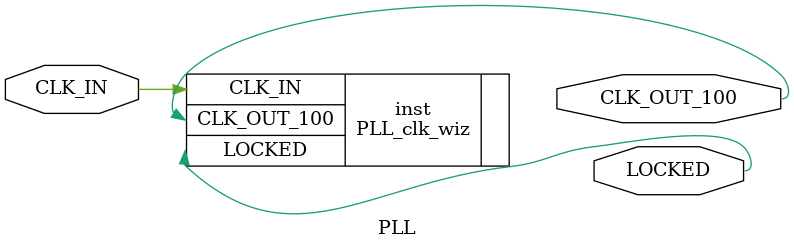
<source format=v>


`timescale 1ps/1ps

(* CORE_GENERATION_INFO = "PLL,clk_wiz_v6_0_11_0_0,{component_name=PLL,use_phase_alignment=true,use_min_o_jitter=true,use_max_i_jitter=false,use_dyn_phase_shift=false,use_inclk_switchover=false,use_dyn_reconfig=false,enable_axi=0,feedback_source=FDBK_AUTO,PRIMITIVE=PLL,num_out_clk=1,clkin1_period=10.000,clkin2_period=10.000,use_power_down=false,use_reset=false,use_locked=true,use_inclk_stopped=false,feedback_type=SINGLE,CLOCK_MGR_TYPE=NA,manual_override=false}" *)

module PLL 
 (
  // Clock out ports
  output        CLK_OUT_100,
  // Status and control signals
  output        LOCKED,
 // Clock in ports
  input         CLK_IN
 );

  PLL_clk_wiz inst
  (
  // Clock out ports  
  .CLK_OUT_100(CLK_OUT_100),
  // Status and control signals               
  .LOCKED(LOCKED),
 // Clock in ports
  .CLK_IN(CLK_IN)
  );

endmodule

</source>
